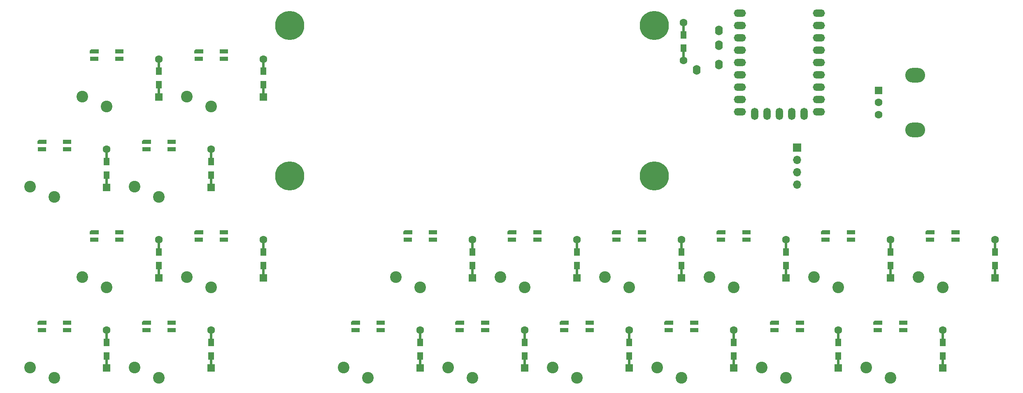
<source format=gbr>
%TF.GenerationSoftware,KiCad,Pcbnew,8.0.5*%
%TF.CreationDate,2024-11-29T19:22:44+02:00*%
%TF.ProjectId,harmi,6861726d-692e-46b6-9963-61645f706362,rev?*%
%TF.SameCoordinates,Original*%
%TF.FileFunction,Copper,L2,Bot*%
%TF.FilePolarity,Positive*%
%FSLAX46Y46*%
G04 Gerber Fmt 4.6, Leading zero omitted, Abs format (unit mm)*
G04 Created by KiCad (PCBNEW 8.0.5) date 2024-11-29 19:22:44*
%MOMM*%
%LPD*%
G01*
G04 APERTURE LIST*
G04 Aperture macros list*
%AMRoundRect*
0 Rectangle with rounded corners*
0 $1 Rounding radius*
0 $2 $3 $4 $5 $6 $7 $8 $9 X,Y pos of 4 corners*
0 Add a 4 corners polygon primitive as box body*
4,1,4,$2,$3,$4,$5,$6,$7,$8,$9,$2,$3,0*
0 Add four circle primitives for the rounded corners*
1,1,$1+$1,$2,$3*
1,1,$1+$1,$4,$5*
1,1,$1+$1,$6,$7*
1,1,$1+$1,$8,$9*
0 Add four rect primitives between the rounded corners*
20,1,$1+$1,$2,$3,$4,$5,0*
20,1,$1+$1,$4,$5,$6,$7,0*
20,1,$1+$1,$6,$7,$8,$9,0*
20,1,$1+$1,$8,$9,$2,$3,0*%
%AMOutline5P*
0 Free polygon, 5 corners , with rotation*
0 The origin of the aperture is its center*
0 number of corners: always 5*
0 $1 to $10 corner X, Y*
0 $11 Rotation angle, in degrees counterclockwise*
0 create outline with 5 corners*
4,1,5,$1,$2,$3,$4,$5,$6,$7,$8,$9,$10,$1,$2,$11*%
%AMOutline6P*
0 Free polygon, 6 corners , with rotation*
0 The origin of the aperture is its center*
0 number of corners: always 6*
0 $1 to $12 corner X, Y*
0 $13 Rotation angle, in degrees counterclockwise*
0 create outline with 6 corners*
4,1,6,$1,$2,$3,$4,$5,$6,$7,$8,$9,$10,$11,$12,$1,$2,$13*%
%AMOutline7P*
0 Free polygon, 7 corners , with rotation*
0 The origin of the aperture is its center*
0 number of corners: always 7*
0 $1 to $14 corner X, Y*
0 $15 Rotation angle, in degrees counterclockwise*
0 create outline with 7 corners*
4,1,7,$1,$2,$3,$4,$5,$6,$7,$8,$9,$10,$11,$12,$13,$14,$1,$2,$15*%
%AMOutline8P*
0 Free polygon, 8 corners , with rotation*
0 The origin of the aperture is its center*
0 number of corners: always 8*
0 $1 to $16 corner X, Y*
0 $17 Rotation angle, in degrees counterclockwise*
0 create outline with 8 corners*
4,1,8,$1,$2,$3,$4,$5,$6,$7,$8,$9,$10,$11,$12,$13,$14,$15,$16,$1,$2,$17*%
G04 Aperture macros list end*
%TA.AperFunction,WasherPad*%
%ADD10C,6.000000*%
%TD*%
%TA.AperFunction,SMDPad,CuDef*%
%ADD11R,0.500000X2.900000*%
%TD*%
%TA.AperFunction,SMDPad,CuDef*%
%ADD12R,1.200000X1.500000*%
%TD*%
%TA.AperFunction,ComponentPad*%
%ADD13C,1.600000*%
%TD*%
%TA.AperFunction,SMDPad,CuDef*%
%ADD14R,1.200000X1.600000*%
%TD*%
%TA.AperFunction,ComponentPad*%
%ADD15R,1.600000X1.600000*%
%TD*%
%TA.AperFunction,ComponentPad*%
%ADD16RoundRect,0.250000X-0.550000X-0.550000X0.550000X-0.550000X0.550000X0.550000X-0.550000X0.550000X0*%
%TD*%
%TA.AperFunction,ComponentPad*%
%ADD17O,4.100000X3.000000*%
%TD*%
%TA.AperFunction,SMDPad,CuDef*%
%ADD18R,1.800000X0.820000*%
%TD*%
%TA.AperFunction,SMDPad,CuDef*%
%ADD19Outline5P,-0.900000X0.139400X-0.629400X0.410000X0.900000X0.410000X0.900000X-0.410000X-0.900000X-0.410000X0.000000*%
%TD*%
%TA.AperFunction,ComponentPad*%
%ADD20O,1.600000X2.000000*%
%TD*%
%TA.AperFunction,ComponentPad*%
%ADD21O,2.500000X1.500000*%
%TD*%
%TA.AperFunction,ComponentPad*%
%ADD22O,1.500000X2.500000*%
%TD*%
%TA.AperFunction,ComponentPad*%
%ADD23C,2.400000*%
%TD*%
%TA.AperFunction,ComponentPad*%
%ADD24O,1.700000X1.700000*%
%TD*%
%TA.AperFunction,ComponentPad*%
%ADD25R,1.700000X1.700000*%
%TD*%
G04 APERTURE END LIST*
D10*
%TO.P,REF\u002A\u002A,*%
%TO.N,*%
X105000000Y-73000000D03*
X105000000Y-104000000D03*
X180000000Y-73000000D03*
X180000000Y-104000000D03*
%TD*%
D11*
%TO.P,R1,2*%
%TO.N,+5V*%
X186000000Y-73850000D03*
D12*
X186000000Y-75000000D03*
%TO.P,R1,1*%
%TO.N,Net-(J2-Pad2)*%
X186000000Y-77700000D03*
D11*
X186000000Y-78850000D03*
D13*
%TO.P,R1,2*%
%TO.N,+5V*%
X186000000Y-72450000D03*
%TO.P,R1,1*%
%TO.N,Net-(J2-Pad2)*%
X186000000Y-80250000D03*
%TD*%
D11*
%TO.P,D20,2,A*%
%TO.N,r5*%
X239350000Y-137200000D03*
D14*
X239350000Y-138300000D03*
%TO.P,D20,1,K*%
%TO.N,Net-(D20-K)*%
X239350000Y-141100000D03*
D11*
X239350000Y-142200000D03*
D13*
%TO.P,D20,2,A*%
%TO.N,r5*%
X239350000Y-135800000D03*
D15*
%TO.P,D20,1,K*%
%TO.N,Net-(D20-K)*%
X239350000Y-143600000D03*
%TD*%
D11*
%TO.P,D19,2,A*%
%TO.N,r5*%
X217850000Y-137200000D03*
D14*
X217850000Y-138300000D03*
%TO.P,D19,1,K*%
%TO.N,Net-(D19-K)*%
X217850000Y-141100000D03*
D11*
X217850000Y-142200000D03*
D13*
%TO.P,D19,2,A*%
%TO.N,r5*%
X217850000Y-135800000D03*
D15*
%TO.P,D19,1,K*%
%TO.N,Net-(D19-K)*%
X217850000Y-143600000D03*
%TD*%
D11*
%TO.P,D18,2,A*%
%TO.N,r5*%
X196350000Y-137200000D03*
D14*
X196350000Y-138300000D03*
%TO.P,D18,1,K*%
%TO.N,Net-(D18-K)*%
X196350000Y-141100000D03*
D11*
X196350000Y-142200000D03*
D13*
%TO.P,D18,2,A*%
%TO.N,r5*%
X196350000Y-135800000D03*
D15*
%TO.P,D18,1,K*%
%TO.N,Net-(D18-K)*%
X196350000Y-143600000D03*
%TD*%
D11*
%TO.P,D17,2,A*%
%TO.N,r5*%
X174850000Y-137200000D03*
D14*
X174850000Y-138300000D03*
%TO.P,D17,1,K*%
%TO.N,Net-(D17-K)*%
X174850000Y-141100000D03*
D11*
X174850000Y-142200000D03*
D13*
%TO.P,D17,2,A*%
%TO.N,r5*%
X174850000Y-135800000D03*
D15*
%TO.P,D17,1,K*%
%TO.N,Net-(D17-K)*%
X174850000Y-143600000D03*
%TD*%
D11*
%TO.P,D16,2,A*%
%TO.N,r4*%
X153350000Y-137200000D03*
D14*
X153350000Y-138300000D03*
%TO.P,D16,1,K*%
%TO.N,Net-(D16-K)*%
X153350000Y-141100000D03*
D11*
X153350000Y-142200000D03*
D13*
%TO.P,D16,2,A*%
%TO.N,r4*%
X153350000Y-135800000D03*
D15*
%TO.P,D16,1,K*%
%TO.N,Net-(D16-K)*%
X153350000Y-143600000D03*
%TD*%
D11*
%TO.P,D15,2,A*%
%TO.N,r4*%
X131850000Y-137200000D03*
D14*
X131850000Y-138300000D03*
%TO.P,D15,1,K*%
%TO.N,Net-(D15-K)*%
X131850000Y-141100000D03*
D11*
X131850000Y-142200000D03*
D13*
%TO.P,D15,2,A*%
%TO.N,r4*%
X131850000Y-135800000D03*
D15*
%TO.P,D15,1,K*%
%TO.N,Net-(D15-K)*%
X131850000Y-143600000D03*
%TD*%
D11*
%TO.P,D14,2,A*%
%TO.N,r4*%
X250100000Y-118580452D03*
D14*
X250100000Y-119680452D03*
%TO.P,D14,1,K*%
%TO.N,Net-(D14-K)*%
X250100000Y-122480452D03*
D11*
X250100000Y-123580452D03*
D13*
%TO.P,D14,2,A*%
%TO.N,r4*%
X250100000Y-117180452D03*
D15*
%TO.P,D14,1,K*%
%TO.N,Net-(D14-K)*%
X250100000Y-124980452D03*
%TD*%
%TO.P,D13,1,K*%
%TO.N,Net-(D13-K)*%
X228600000Y-124980452D03*
D13*
%TO.P,D13,2,A*%
%TO.N,r4*%
X228600000Y-117180452D03*
D11*
%TO.P,D13,1,K*%
%TO.N,Net-(D13-K)*%
X228600000Y-123580452D03*
D14*
X228600000Y-122480452D03*
%TO.P,D13,2,A*%
%TO.N,r4*%
X228600000Y-119680452D03*
D11*
X228600000Y-118580452D03*
%TD*%
%TO.P,D12,2,A*%
%TO.N,r3*%
X207100000Y-118580452D03*
D14*
X207100000Y-119680452D03*
%TO.P,D12,1,K*%
%TO.N,Net-(D12-K)*%
X207100000Y-122480452D03*
D11*
X207100000Y-123580452D03*
D13*
%TO.P,D12,2,A*%
%TO.N,r3*%
X207100000Y-117180452D03*
D15*
%TO.P,D12,1,K*%
%TO.N,Net-(D12-K)*%
X207100000Y-124980452D03*
%TD*%
D11*
%TO.P,D11,2,A*%
%TO.N,r3*%
X185600000Y-118580452D03*
D14*
X185600000Y-119680452D03*
%TO.P,D11,1,K*%
%TO.N,Net-(D11-K)*%
X185600000Y-122480452D03*
D11*
X185600000Y-123580452D03*
D13*
%TO.P,D11,2,A*%
%TO.N,r3*%
X185600000Y-117180452D03*
D15*
%TO.P,D11,1,K*%
%TO.N,Net-(D11-K)*%
X185600000Y-124980452D03*
%TD*%
D11*
%TO.P,D10,2,A*%
%TO.N,r3*%
X164100000Y-118580452D03*
D14*
X164100000Y-119680452D03*
%TO.P,D10,1,K*%
%TO.N,Net-(D10-K)*%
X164100000Y-122480452D03*
D11*
X164100000Y-123580452D03*
D13*
%TO.P,D10,2,A*%
%TO.N,r3*%
X164100000Y-117180452D03*
D15*
%TO.P,D10,1,K*%
%TO.N,Net-(D10-K)*%
X164100000Y-124980452D03*
%TD*%
D11*
%TO.P,D9,2,A*%
%TO.N,r3*%
X142600000Y-118580452D03*
D14*
X142600000Y-119680452D03*
%TO.P,D9,1,K*%
%TO.N,Net-(D9-K)*%
X142600000Y-122480452D03*
D11*
X142600000Y-123580452D03*
D13*
%TO.P,D9,2,A*%
%TO.N,r3*%
X142600000Y-117180452D03*
D15*
%TO.P,D9,1,K*%
%TO.N,Net-(D9-K)*%
X142600000Y-124980452D03*
%TD*%
D11*
%TO.P,D8,2,A*%
%TO.N,r2*%
X88850000Y-137200000D03*
D14*
X88850000Y-138300000D03*
%TO.P,D8,1,K*%
%TO.N,Net-(D8-K)*%
X88850000Y-141100000D03*
D11*
X88850000Y-142200000D03*
D13*
%TO.P,D8,2,A*%
%TO.N,r2*%
X88850000Y-135800000D03*
D15*
%TO.P,D8,1,K*%
%TO.N,Net-(D8-K)*%
X88850000Y-143600000D03*
%TD*%
D11*
%TO.P,D7,2,A*%
%TO.N,r2*%
X67350000Y-137200000D03*
D14*
X67350000Y-138300000D03*
%TO.P,D7,1,K*%
%TO.N,Net-(D7-K)*%
X67350000Y-141100000D03*
D11*
X67350000Y-142200000D03*
D13*
%TO.P,D7,2,A*%
%TO.N,r2*%
X67350000Y-135800000D03*
D15*
%TO.P,D7,1,K*%
%TO.N,Net-(D7-K)*%
X67350000Y-143600000D03*
%TD*%
D11*
%TO.P,D6,2,A*%
%TO.N,r2*%
X99600000Y-118580452D03*
D14*
X99600000Y-119680452D03*
%TO.P,D6,1,K*%
%TO.N,Net-(D6-K)*%
X99600000Y-122480452D03*
D11*
X99600000Y-123580452D03*
D13*
%TO.P,D6,2,A*%
%TO.N,r2*%
X99600000Y-117180452D03*
D15*
%TO.P,D6,1,K*%
%TO.N,Net-(D6-K)*%
X99600000Y-124980452D03*
%TD*%
D11*
%TO.P,D5,2,A*%
%TO.N,r2*%
X78100000Y-118580452D03*
D14*
X78100000Y-119680452D03*
%TO.P,D5,1,K*%
%TO.N,Net-(D5-K)*%
X78100000Y-122480452D03*
D11*
X78100000Y-123580452D03*
D13*
%TO.P,D5,2,A*%
%TO.N,r2*%
X78100000Y-117180452D03*
D15*
%TO.P,D5,1,K*%
%TO.N,Net-(D5-K)*%
X78100000Y-124980452D03*
%TD*%
D11*
%TO.P,D4,2,A*%
%TO.N,r1*%
X88850000Y-99960904D03*
D14*
X88850000Y-101060904D03*
%TO.P,D4,1,K*%
%TO.N,Net-(D4-K)*%
X88850000Y-103860904D03*
D11*
X88850000Y-104960904D03*
D13*
%TO.P,D4,2,A*%
%TO.N,r1*%
X88850000Y-98560904D03*
D15*
%TO.P,D4,1,K*%
%TO.N,Net-(D4-K)*%
X88850000Y-106360904D03*
%TD*%
D11*
%TO.P,D3,2,A*%
%TO.N,r1*%
X67350000Y-99960904D03*
D14*
X67350000Y-101060904D03*
%TO.P,D3,1,K*%
%TO.N,Net-(D3-K)*%
X67350000Y-103860904D03*
D11*
X67350000Y-104960904D03*
D13*
%TO.P,D3,2,A*%
%TO.N,r1*%
X67350000Y-98560904D03*
D15*
%TO.P,D3,1,K*%
%TO.N,Net-(D3-K)*%
X67350000Y-106360904D03*
%TD*%
D11*
%TO.P,D2,2,A*%
%TO.N,r1*%
X99600000Y-81341356D03*
D14*
X99600000Y-82441356D03*
%TO.P,D2,1,K*%
%TO.N,Net-(D2-K)*%
X99600000Y-85241356D03*
D11*
X99600000Y-86341356D03*
D13*
%TO.P,D2,2,A*%
%TO.N,r1*%
X99600000Y-79941356D03*
D15*
%TO.P,D2,1,K*%
%TO.N,Net-(D2-K)*%
X99600000Y-87741356D03*
%TD*%
D11*
%TO.P,D1,2,A*%
%TO.N,r1*%
X78100000Y-81341356D03*
D14*
X78100000Y-82441356D03*
%TO.P,D1,1,K*%
%TO.N,Net-(D1-K)*%
X78100000Y-85241356D03*
D11*
X78100000Y-86341356D03*
D13*
%TO.P,D1,2,A*%
%TO.N,r1*%
X78100000Y-79941356D03*
D15*
%TO.P,D1,1,K*%
%TO.N,Net-(D1-K)*%
X78100000Y-87741356D03*
%TD*%
D16*
%TO.P,S21,A,A*%
%TO.N,e1*%
X226180000Y-86400000D03*
D13*
%TO.P,S21,B,B*%
%TO.N,e2*%
X226180000Y-91400000D03*
%TO.P,S21,C,C*%
%TO.N,GND*%
X226180000Y-88900000D03*
D17*
%TO.P,S21,SH*%
%TO.N,N/C*%
X233680000Y-83300000D03*
X233680000Y-94500000D03*
%TD*%
D18*
%TO.P,RGB20,1,VDD*%
%TO.N,+5V*%
X231200000Y-135750000D03*
%TO.P,RGB20,2,DOUT*%
%TO.N,unconnected-(RGB20-DOUT-Pad2)*%
X231200000Y-134250000D03*
D19*
%TO.P,RGB20,3,GND*%
%TO.N,GND*%
X226000000Y-134250000D03*
D18*
%TO.P,RGB20,4,DIN*%
%TO.N,Net-(RGB19-DOUT)*%
X226000000Y-135750000D03*
%TD*%
%TO.P,RGB19,1,VDD*%
%TO.N,+5V*%
X209950000Y-135750000D03*
%TO.P,RGB19,2,DOUT*%
%TO.N,Net-(RGB19-DOUT)*%
X209950000Y-134250000D03*
D19*
%TO.P,RGB19,3,GND*%
%TO.N,GND*%
X204750000Y-134250000D03*
D18*
%TO.P,RGB19,4,DIN*%
%TO.N,Net-(RGB18-DOUT)*%
X204750000Y-135750000D03*
%TD*%
%TO.P,RGB18,1,VDD*%
%TO.N,+5V*%
X188200000Y-135750000D03*
%TO.P,RGB18,2,DOUT*%
%TO.N,Net-(RGB18-DOUT)*%
X188200000Y-134250000D03*
D19*
%TO.P,RGB18,3,GND*%
%TO.N,GND*%
X183000000Y-134250000D03*
D18*
%TO.P,RGB18,4,DIN*%
%TO.N,Net-(RGB17-DOUT)*%
X183000000Y-135750000D03*
%TD*%
%TO.P,RGB17,1,VDD*%
%TO.N,+5V*%
X166700000Y-135750000D03*
%TO.P,RGB17,2,DOUT*%
%TO.N,Net-(RGB17-DOUT)*%
X166700000Y-134250000D03*
D19*
%TO.P,RGB17,3,GND*%
%TO.N,GND*%
X161500000Y-134250000D03*
D18*
%TO.P,RGB17,4,DIN*%
%TO.N,Net-(RGB16-DOUT)*%
X161500000Y-135750000D03*
%TD*%
%TO.P,RGB16,1,VDD*%
%TO.N,+5V*%
X145200000Y-135750000D03*
%TO.P,RGB16,2,DOUT*%
%TO.N,Net-(RGB16-DOUT)*%
X145200000Y-134250000D03*
D19*
%TO.P,RGB16,3,GND*%
%TO.N,GND*%
X140000000Y-134250000D03*
D18*
%TO.P,RGB16,4,DIN*%
%TO.N,Net-(RGB15-DOUT)*%
X140000000Y-135750000D03*
%TD*%
%TO.P,RGB15,1,VDD*%
%TO.N,+5V*%
X123700000Y-135750000D03*
%TO.P,RGB15,2,DOUT*%
%TO.N,Net-(RGB15-DOUT)*%
X123700000Y-134250000D03*
D19*
%TO.P,RGB15,3,GND*%
%TO.N,GND*%
X118500000Y-134250000D03*
D18*
%TO.P,RGB15,4,DIN*%
%TO.N,Net-(RGB14-DOUT)*%
X118500000Y-135750000D03*
%TD*%
%TO.P,RGB14,1,VDD*%
%TO.N,+5V*%
X241950000Y-117130452D03*
%TO.P,RGB14,2,DOUT*%
%TO.N,Net-(RGB14-DOUT)*%
X241950000Y-115630452D03*
D19*
%TO.P,RGB14,3,GND*%
%TO.N,GND*%
X236750000Y-115630452D03*
D18*
%TO.P,RGB14,4,DIN*%
%TO.N,Net-(RGB13-DOUT)*%
X236750000Y-117130452D03*
%TD*%
%TO.P,RGB13,1,VDD*%
%TO.N,+5V*%
X220450000Y-117130452D03*
%TO.P,RGB13,2,DOUT*%
%TO.N,Net-(RGB13-DOUT)*%
X220450000Y-115630452D03*
D19*
%TO.P,RGB13,3,GND*%
%TO.N,GND*%
X215250000Y-115630452D03*
D18*
%TO.P,RGB13,4,DIN*%
%TO.N,Net-(RGB12-DOUT)*%
X215250000Y-117130452D03*
%TD*%
%TO.P,RGB12,1,VDD*%
%TO.N,+5V*%
X198950000Y-117130452D03*
%TO.P,RGB12,2,DOUT*%
%TO.N,Net-(RGB12-DOUT)*%
X198950000Y-115630452D03*
D19*
%TO.P,RGB12,3,GND*%
%TO.N,GND*%
X193750000Y-115630452D03*
D18*
%TO.P,RGB12,4,DIN*%
%TO.N,Net-(RGB11-DOUT)*%
X193750000Y-117130452D03*
%TD*%
%TO.P,RGB11,1,VDD*%
%TO.N,+5V*%
X177450000Y-117130452D03*
%TO.P,RGB11,2,DOUT*%
%TO.N,Net-(RGB11-DOUT)*%
X177450000Y-115630452D03*
D19*
%TO.P,RGB11,3,GND*%
%TO.N,GND*%
X172250000Y-115630452D03*
D18*
%TO.P,RGB11,4,DIN*%
%TO.N,Net-(RGB10-DOUT)*%
X172250000Y-117130452D03*
%TD*%
%TO.P,RGB10,1,VDD*%
%TO.N,+5V*%
X155950000Y-117130452D03*
%TO.P,RGB10,2,DOUT*%
%TO.N,Net-(RGB10-DOUT)*%
X155950000Y-115630452D03*
D19*
%TO.P,RGB10,3,GND*%
%TO.N,GND*%
X150750000Y-115630452D03*
D18*
%TO.P,RGB10,4,DIN*%
%TO.N,Net-(RGB10-DIN)*%
X150750000Y-117130452D03*
%TD*%
%TO.P,RGB9,1,VDD*%
%TO.N,+5V*%
X134450000Y-117130452D03*
%TO.P,RGB9,2,DOUT*%
%TO.N,Net-(RGB10-DIN)*%
X134450000Y-115630452D03*
D19*
%TO.P,RGB9,3,GND*%
%TO.N,GND*%
X129250000Y-115630452D03*
D18*
%TO.P,RGB9,4,DIN*%
%TO.N,Net-(RGB8-DOUT)*%
X129250000Y-117130452D03*
%TD*%
%TO.P,RGB8,1,VDD*%
%TO.N,+5V*%
X80700000Y-135750000D03*
%TO.P,RGB8,2,DOUT*%
%TO.N,Net-(RGB8-DOUT)*%
X80700000Y-134250000D03*
D19*
%TO.P,RGB8,3,GND*%
%TO.N,GND*%
X75500000Y-134250000D03*
D18*
%TO.P,RGB8,4,DIN*%
%TO.N,Net-(RGB7-DOUT)*%
X75500000Y-135750000D03*
%TD*%
%TO.P,RGB7,1,VDD*%
%TO.N,+5V*%
X59200000Y-135750000D03*
%TO.P,RGB7,2,DOUT*%
%TO.N,Net-(RGB7-DOUT)*%
X59200000Y-134250000D03*
D19*
%TO.P,RGB7,3,GND*%
%TO.N,GND*%
X54000000Y-134250000D03*
D18*
%TO.P,RGB7,4,DIN*%
%TO.N,Net-(RGB6-DOUT)*%
X54000000Y-135750000D03*
%TD*%
%TO.P,RGB6,1,VDD*%
%TO.N,+5V*%
X91450000Y-117130452D03*
%TO.P,RGB6,2,DOUT*%
%TO.N,Net-(RGB6-DOUT)*%
X91450000Y-115630452D03*
D19*
%TO.P,RGB6,3,GND*%
%TO.N,GND*%
X86250000Y-115630452D03*
D18*
%TO.P,RGB6,4,DIN*%
%TO.N,Net-(RGB5-DOUT)*%
X86250000Y-117130452D03*
%TD*%
%TO.P,RGB5,1,VDD*%
%TO.N,+5V*%
X69950000Y-117130452D03*
%TO.P,RGB5,2,DOUT*%
%TO.N,Net-(RGB5-DOUT)*%
X69950000Y-115630452D03*
D19*
%TO.P,RGB5,3,GND*%
%TO.N,GND*%
X64750000Y-115630452D03*
D18*
%TO.P,RGB5,4,DIN*%
%TO.N,Net-(RGB4-DOUT)*%
X64750000Y-117130452D03*
%TD*%
%TO.P,RGB4,1,VDD*%
%TO.N,+5V*%
X80700000Y-98510904D03*
%TO.P,RGB4,2,DOUT*%
%TO.N,Net-(RGB4-DOUT)*%
X80700000Y-97010904D03*
D19*
%TO.P,RGB4,3,GND*%
%TO.N,GND*%
X75500000Y-97010904D03*
D18*
%TO.P,RGB4,4,DIN*%
%TO.N,Net-(RGB3-DOUT)*%
X75500000Y-98510904D03*
%TD*%
%TO.P,RGB3,1,VDD*%
%TO.N,+5V*%
X59200000Y-98510904D03*
%TO.P,RGB3,2,DOUT*%
%TO.N,Net-(RGB3-DOUT)*%
X59200000Y-97010904D03*
D19*
%TO.P,RGB3,3,GND*%
%TO.N,GND*%
X54000000Y-97010904D03*
D18*
%TO.P,RGB3,4,DIN*%
%TO.N,Net-(RGB2-DOUT)*%
X54000000Y-98510904D03*
%TD*%
%TO.P,RGB2,1,VDD*%
%TO.N,+5V*%
X91450000Y-79891356D03*
%TO.P,RGB2,2,DOUT*%
%TO.N,Net-(RGB2-DOUT)*%
X91450000Y-78391356D03*
D19*
%TO.P,RGB2,3,GND*%
%TO.N,GND*%
X86250000Y-78391356D03*
D18*
%TO.P,RGB2,4,DIN*%
%TO.N,Net-(RGB1-DOUT)*%
X86250000Y-79891356D03*
%TD*%
%TO.P,RGB1,4,DIN*%
%TO.N,led*%
X64750000Y-79891356D03*
D19*
%TO.P,RGB1,3,GND*%
%TO.N,GND*%
X64750000Y-78391356D03*
D18*
%TO.P,RGB1,2,DOUT*%
%TO.N,Net-(RGB1-DOUT)*%
X69950000Y-78391356D03*
%TO.P,RGB1,1,VDD*%
%TO.N,+5V*%
X69950000Y-79891356D03*
%TD*%
D20*
%TO.P,J2,1*%
%TO.N,GND*%
X188700000Y-82187500D03*
%TO.P,J2,2*%
%TO.N,Net-(J2-Pad2)*%
X193300000Y-81087500D03*
%TO.P,J2,4*%
%TO.N,unconnected-(J2-Pad4)*%
X193300000Y-74087500D03*
%TO.P,J2,3*%
%TO.N,midi out*%
X193300000Y-77087500D03*
%TD*%
D21*
%TO.P,U1,23,5V*%
%TO.N,+5V*%
X197620000Y-70460000D03*
%TO.P,U1,22,GND*%
%TO.N,GND*%
X197620000Y-73000000D03*
%TO.P,U1,21,3V3*%
%TO.N,+3.3V*%
X197620000Y-75540000D03*
%TO.P,U1,20,29*%
%TO.N,unconnected-(U1-29-Pad20)*%
X197620000Y-78080000D03*
%TO.P,U1,19,28*%
%TO.N,unconnected-(U1-28-Pad19)*%
X197620000Y-80620000D03*
%TO.P,U1,18,27*%
%TO.N,unconnected-(U1-27-Pad18)*%
X197620000Y-83160000D03*
%TO.P,U1,17,26*%
%TO.N,unconnected-(U1-26-Pad17)*%
X197620000Y-85700000D03*
%TO.P,U1,16,15*%
%TO.N,unconnected-(U1-15-Pad16)*%
X197620000Y-88240000D03*
%TO.P,U1,15,14*%
%TO.N,unconnected-(U1-14-Pad15)*%
X197620000Y-90780000D03*
D22*
%TO.P,U1,14,13*%
%TO.N,midi out*%
X200660000Y-91280000D03*
%TO.P,U1,13,12*%
%TO.N,r5*%
X203200000Y-91280000D03*
%TO.P,U1,12,11*%
%TO.N,r4*%
X205740000Y-91280000D03*
%TO.P,U1,11,10*%
%TO.N,r3*%
X208280000Y-91280000D03*
%TO.P,U1,10,9*%
%TO.N,r2*%
X210820000Y-91280000D03*
D21*
%TO.P,U1,9,8*%
%TO.N,r1*%
X213860000Y-90780000D03*
%TO.P,U1,8,7*%
%TO.N,e2*%
X213860000Y-88240000D03*
%TO.P,U1,7,6*%
%TO.N,e1*%
X213860000Y-85700000D03*
%TO.P,U1,6,5*%
%TO.N,scl*%
X213860000Y-83160000D03*
%TO.P,U1,5,4*%
%TO.N,sda*%
X213860000Y-80620000D03*
%TO.P,U1,4,3*%
%TO.N,c4*%
X213860000Y-78080000D03*
%TO.P,U1,3,2*%
%TO.N,c3*%
X213860000Y-75540000D03*
%TO.P,U1,2,1*%
%TO.N,c2*%
X213860000Y-73000000D03*
%TO.P,U1,1,0*%
%TO.N,c1*%
X213860000Y-70460000D03*
%TD*%
D23*
%TO.P,S20,2*%
%TO.N,Net-(D20-K)*%
X228600000Y-145600000D03*
%TO.P,S20,1*%
%TO.N,c4*%
X223600000Y-143500000D03*
%TD*%
%TO.P,S19,1*%
%TO.N,c3*%
X202100000Y-143500000D03*
%TO.P,S19,2*%
%TO.N,Net-(D19-K)*%
X207100000Y-145600000D03*
%TD*%
%TO.P,S18,1*%
%TO.N,c2*%
X180600000Y-143500000D03*
%TO.P,S18,2*%
%TO.N,Net-(D18-K)*%
X185600000Y-145600000D03*
%TD*%
%TO.P,S17,1*%
%TO.N,c1*%
X159100000Y-143500000D03*
%TO.P,S17,2*%
%TO.N,Net-(D17-K)*%
X164100000Y-145600000D03*
%TD*%
%TO.P,S16,1*%
%TO.N,c4*%
X137600000Y-143500000D03*
%TO.P,S16,2*%
%TO.N,Net-(D16-K)*%
X142600000Y-145600000D03*
%TD*%
%TO.P,S15,1*%
%TO.N,c3*%
X116100000Y-143500000D03*
%TO.P,S15,2*%
%TO.N,Net-(D15-K)*%
X121100000Y-145600000D03*
%TD*%
%TO.P,S14,1*%
%TO.N,c2*%
X234350000Y-124880452D03*
%TO.P,S14,2*%
%TO.N,Net-(D14-K)*%
X239350000Y-126980452D03*
%TD*%
%TO.P,S13,1*%
%TO.N,c1*%
X212850000Y-124880452D03*
%TO.P,S13,2*%
%TO.N,Net-(D13-K)*%
X217850000Y-126980452D03*
%TD*%
%TO.P,S12,1*%
%TO.N,c4*%
X191350000Y-124880452D03*
%TO.P,S12,2*%
%TO.N,Net-(D12-K)*%
X196350000Y-126980452D03*
%TD*%
%TO.P,S11,1*%
%TO.N,c3*%
X169850000Y-124880452D03*
%TO.P,S11,2*%
%TO.N,Net-(D11-K)*%
X174850000Y-126980452D03*
%TD*%
%TO.P,S10,1*%
%TO.N,c2*%
X148350000Y-124880452D03*
%TO.P,S10,2*%
%TO.N,Net-(D10-K)*%
X153350000Y-126980452D03*
%TD*%
%TO.P,S9,1*%
%TO.N,c1*%
X126850000Y-124880452D03*
%TO.P,S9,2*%
%TO.N,Net-(D9-K)*%
X131850000Y-126980452D03*
%TD*%
%TO.P,S8,1*%
%TO.N,c4*%
X73100000Y-143500000D03*
%TO.P,S8,2*%
%TO.N,Net-(D8-K)*%
X78100000Y-145600000D03*
%TD*%
%TO.P,S7,1*%
%TO.N,c3*%
X51600000Y-143500000D03*
%TO.P,S7,2*%
%TO.N,Net-(D7-K)*%
X56600000Y-145600000D03*
%TD*%
%TO.P,S6,1*%
%TO.N,c2*%
X83850000Y-124880452D03*
%TO.P,S6,2*%
%TO.N,Net-(D6-K)*%
X88850000Y-126980452D03*
%TD*%
%TO.P,S5,1*%
%TO.N,c1*%
X62350000Y-124880452D03*
%TO.P,S5,2*%
%TO.N,Net-(D5-K)*%
X67350000Y-126980452D03*
%TD*%
%TO.P,S4,1*%
%TO.N,c4*%
X73100000Y-106260904D03*
%TO.P,S4,2*%
%TO.N,Net-(D4-K)*%
X78100000Y-108360904D03*
%TD*%
%TO.P,S3,1*%
%TO.N,c3*%
X51600000Y-106260904D03*
%TO.P,S3,2*%
%TO.N,Net-(D3-K)*%
X56600000Y-108360904D03*
%TD*%
%TO.P,S2,1*%
%TO.N,c2*%
X83850000Y-87641356D03*
%TO.P,S2,2*%
%TO.N,Net-(D2-K)*%
X88850000Y-89741356D03*
%TD*%
%TO.P,S1,1*%
%TO.N,c1*%
X62350000Y-87641356D03*
%TO.P,S1,2*%
%TO.N,Net-(D1-K)*%
X67350000Y-89741356D03*
%TD*%
D24*
%TO.P,J1,4,Pin_4*%
%TO.N,GND*%
X209375000Y-105820000D03*
%TO.P,J1,3,Pin_3*%
%TO.N,+5V*%
X209375000Y-103280000D03*
%TO.P,J1,2,Pin_2*%
%TO.N,sda*%
X209375000Y-100740000D03*
D25*
%TO.P,J1,1,Pin_1*%
%TO.N,scl*%
X209375000Y-98200000D03*
%TD*%
M02*

</source>
